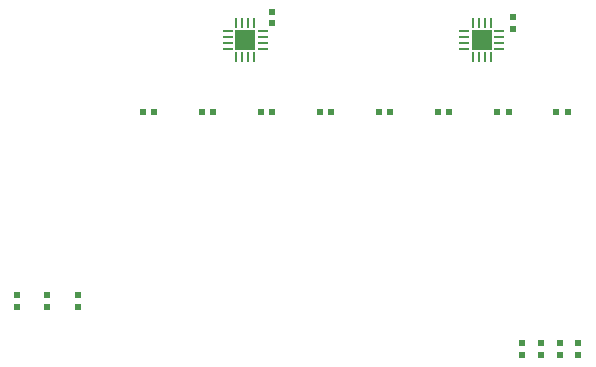
<source format=gbp>
%FSLAX23Y23*%
%MOIN*%
%SFA1B1*%

%IPPOS*%
%AMD109*
4,1,8,-0.015000,-0.004900,0.015000,-0.004900,0.016200,-0.003700,0.016200,0.003700,0.015000,0.004900,-0.015000,0.004900,-0.016200,0.003700,-0.016200,-0.003700,-0.015000,-0.004900,0.0*
1,1,0.002460,-0.015000,-0.003700*
1,1,0.002460,0.015000,-0.003700*
1,1,0.002460,0.015000,0.003700*
1,1,0.002460,-0.015000,0.003700*
%
%AMD110*
4,1,8,-0.003700,-0.016200,0.003700,-0.016200,0.004900,-0.015000,0.004900,0.015000,0.003700,0.016200,-0.003700,0.016200,-0.004900,0.015000,-0.004900,-0.015000,-0.003700,-0.016200,0.0*
1,1,0.002460,-0.003700,-0.015000*
1,1,0.002460,0.003700,-0.015000*
1,1,0.002460,0.003700,0.015000*
1,1,0.002460,-0.003700,0.015000*
%
%AMD113*
4,1,8,-0.010200,-0.013600,0.010200,-0.013600,0.013600,-0.010200,0.013600,0.010200,0.010200,0.013600,-0.010200,0.013600,-0.013600,0.010200,-0.013600,-0.010200,-0.010200,-0.013600,0.0*
1,1,0.006800,-0.010200,-0.010200*
1,1,0.006800,0.010200,-0.010200*
1,1,0.006800,0.010200,0.010200*
1,1,0.006800,-0.010200,0.010200*
%
%ADD18R,0.019680X0.020470*%
%ADD20R,0.022000X0.020000*%
%ADD23R,0.020470X0.019680*%
%ADD101R,0.066930X0.066930*%
G04~CAMADD=109~8~0.0~0.0~324.8~98.4~12.3~0.0~15~0.0~0.0~0.0~0.0~0~0.0~0.0~0.0~0.0~0~0.0~0.0~0.0~180.0~324.0~98.0*
%ADD109D109*%
G04~CAMADD=110~8~0.0~0.0~98.4~324.8~12.3~0.0~15~0.0~0.0~0.0~0.0~0~0.0~0.0~0.0~0.0~0~0.0~0.0~0.0~180.0~98.0~324.0*
%ADD110D110*%
G04~CAMADD=113~8~0.0~0.0~271.7~271.7~34.0~0.0~15~0.0~0.0~0.0~0.0~0~0.0~0.0~0.0~0.0~0~0.0~0.0~0.0~180.0~272.0~272.0*
%ADD113D113*%
%LNbenchy-voltmeter-pcb-1*%
%LPD*%
G54D18*
X1705Y1944D03*
X1743D03*
X1902D03*
X1940D03*
X2099D03*
X2137D03*
X2296D03*
X2333D03*
X2492D03*
X2530D03*
X2689D03*
X2727D03*
X2886D03*
X2924D03*
X3083D03*
X3121D03*
G54D20*
X1488Y1294D03*
Y1334D03*
X1385Y1294D03*
Y1334D03*
X1287Y1294D03*
Y1334D03*
X3157Y1173D03*
Y1133D03*
X2968Y1173D03*
Y1133D03*
X3031Y1173D03*
Y1133D03*
X3094Y1173D03*
Y1133D03*
G54D23*
X2137Y2278D03*
Y2240D03*
X2940Y2221D03*
Y2259D03*
G54D101*
X2834Y2185D03*
X2047D03*
G54D109*
X2892Y2214D03*
Y2194D03*
Y2175D03*
Y2155D03*
X2777D03*
Y2175D03*
Y2194D03*
Y2214D03*
X2104D03*
Y2194D03*
Y2175D03*
Y2155D03*
X1989D03*
Y2175D03*
Y2194D03*
Y2214D03*
G54D110*
X2864Y2127D03*
X2844D03*
X2824D03*
X2805D03*
Y2242D03*
X2824D03*
X2844D03*
X2864D03*
X2076Y2127D03*
X2057D03*
X2037D03*
X2017D03*
Y2242D03*
X2037D03*
X2057D03*
X2076D03*
G54D113*
X2817Y2168D03*
Y2201D03*
X2851Y2168D03*
Y2201D03*
X2030Y2168D03*
Y2201D03*
X2063Y2168D03*
Y2201D03*
M02*
</source>
